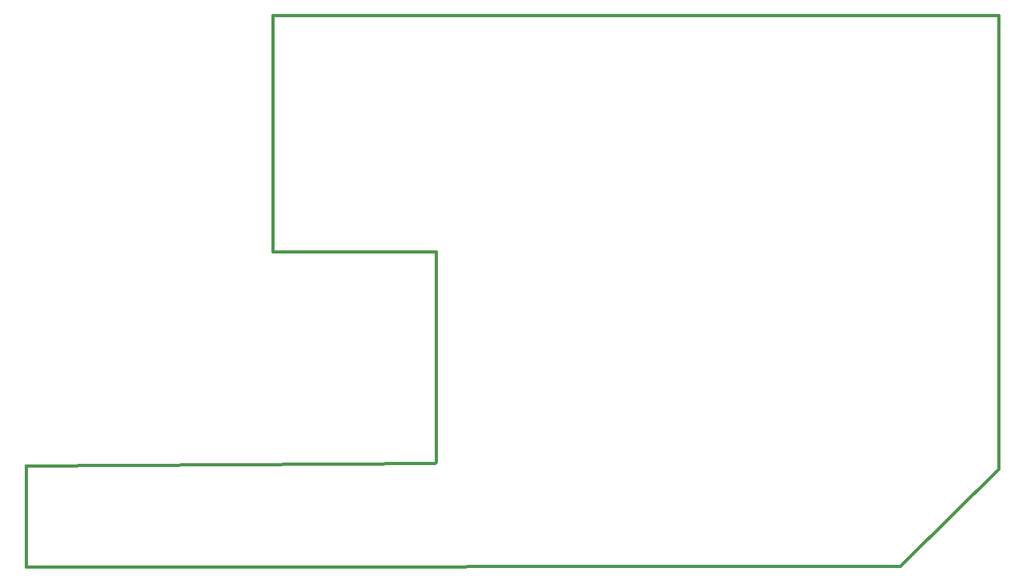
<source format=gbo>
G75*
%MOIN*%
%OFA0B0*%
%FSLAX25Y25*%
%IPPOS*%
%LPD*%
%AMOC8*
5,1,8,0,0,1.08239X$1,22.5*
%
%ADD10C,0.01600*%
%ADD11C,0.01200*%
D10*
X0002800Y0040700D02*
X0461300Y0041000D01*
X0464300Y0044000D01*
X0512800Y0092000D01*
X0512800Y0330000D01*
X0218800Y0330000D01*
X0218700Y0330000D02*
X0132300Y0330000D01*
X0132300Y0206000D01*
X0217900Y0206000D01*
X0217900Y0095600D01*
X0217200Y0094800D02*
X0002800Y0093500D01*
X0002800Y0040700D01*
D11*
X0217300Y0095000D02*
X0218300Y0096000D01*
M02*

</source>
